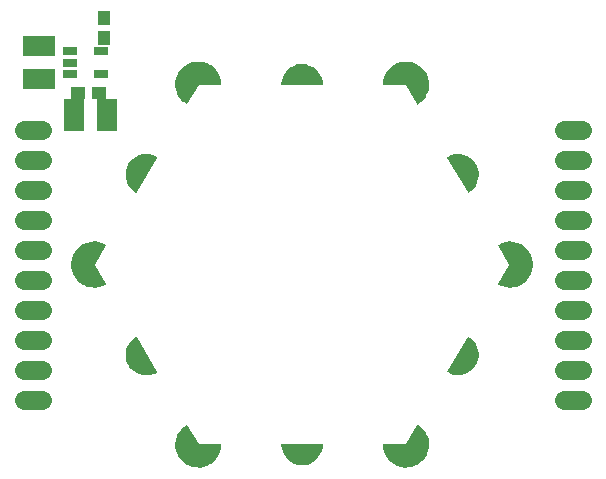
<source format=gbr>
G04 EAGLE Gerber RS-274X export*
G75*
%MOMM*%
%FSLAX34Y34*%
%LPD*%
%INSoldermask Bottom*%
%IPPOS*%
%AMOC8*
5,1,8,0,0,1.08239X$1,22.5*%
G01*
%ADD10C,1.101600*%
%ADD11C,1.625600*%
%ADD12R,1.301600X0.651600*%
%ADD13R,1.101600X1.201600*%
%ADD14R,1.701600X2.801600*%
%ADD15R,2.801600X1.701600*%
%ADD16R,1.201600X1.101600*%

G36*
X171729Y208492D02*
X171729Y208492D01*
X171763Y208501D01*
X171812Y208504D01*
X174916Y209232D01*
X174948Y209247D01*
X174995Y209258D01*
X177935Y210493D01*
X177964Y210513D01*
X178009Y210532D01*
X180701Y212241D01*
X180726Y212265D01*
X180768Y212291D01*
X183137Y214425D01*
X183142Y214431D01*
X183145Y214434D01*
X183155Y214448D01*
X183158Y214453D01*
X183194Y214486D01*
X185175Y216984D01*
X185191Y217016D01*
X185221Y217054D01*
X186757Y219848D01*
X186768Y219882D01*
X186791Y219924D01*
X187840Y222936D01*
X187844Y222970D01*
X187861Y223017D01*
X188392Y226160D01*
X188391Y226196D01*
X188399Y226244D01*
X188399Y229432D01*
X188392Y229467D01*
X188392Y229516D01*
X187861Y232659D01*
X187848Y232692D01*
X187840Y232740D01*
X186791Y235752D01*
X186773Y235782D01*
X186757Y235828D01*
X185221Y238622D01*
X185198Y238649D01*
X185175Y238692D01*
X183194Y241190D01*
X183167Y241213D01*
X183137Y241251D01*
X180768Y243385D01*
X180737Y243403D01*
X180701Y243435D01*
X178009Y245144D01*
X177976Y245156D01*
X177935Y245183D01*
X174995Y246418D01*
X174961Y246425D01*
X174916Y246444D01*
X171812Y247172D01*
X171776Y247173D01*
X171729Y247184D01*
X168547Y247385D01*
X168512Y247380D01*
X168463Y247383D01*
X165292Y247050D01*
X165259Y247039D01*
X165210Y247034D01*
X162139Y246176D01*
X162108Y246161D01*
X162061Y246147D01*
X159175Y244790D01*
X159152Y244772D01*
X159125Y244762D01*
X159073Y244713D01*
X159016Y244671D01*
X159001Y244646D01*
X158980Y244626D01*
X158951Y244561D01*
X158916Y244499D01*
X158912Y244470D01*
X158900Y244444D01*
X158899Y244373D01*
X158890Y244302D01*
X158898Y244274D01*
X158898Y244245D01*
X158932Y244152D01*
X158944Y244111D01*
X158951Y244102D01*
X158955Y244089D01*
X168312Y227838D01*
X158955Y211587D01*
X158946Y211560D01*
X158929Y211536D01*
X158915Y211466D01*
X158892Y211398D01*
X158895Y211369D01*
X158889Y211341D01*
X158903Y211271D01*
X158908Y211200D01*
X158922Y211174D01*
X158927Y211146D01*
X158967Y211087D01*
X159000Y211024D01*
X159022Y211005D01*
X159039Y210981D01*
X159121Y210924D01*
X159153Y210897D01*
X159164Y210894D01*
X159175Y210886D01*
X162061Y209529D01*
X162095Y209520D01*
X162139Y209500D01*
X165210Y208642D01*
X165245Y208640D01*
X165292Y208626D01*
X168463Y208293D01*
X168498Y208296D01*
X168547Y208291D01*
X171729Y208492D01*
G37*
G36*
X-182736Y208296D02*
X-182736Y208296D01*
X-182687Y208293D01*
X-179516Y208626D01*
X-179483Y208637D01*
X-179434Y208642D01*
X-176363Y209500D01*
X-176332Y209515D01*
X-176285Y209529D01*
X-173399Y210886D01*
X-173376Y210904D01*
X-173349Y210914D01*
X-173297Y210963D01*
X-173240Y211005D01*
X-173225Y211030D01*
X-173204Y211050D01*
X-173175Y211115D01*
X-173140Y211177D01*
X-173136Y211206D01*
X-173124Y211232D01*
X-173123Y211303D01*
X-173114Y211374D01*
X-173122Y211402D01*
X-173122Y211431D01*
X-173156Y211524D01*
X-173168Y211565D01*
X-173175Y211574D01*
X-173179Y211587D01*
X-182536Y227838D01*
X-173179Y244089D01*
X-173170Y244117D01*
X-173153Y244141D01*
X-173139Y244210D01*
X-173116Y244278D01*
X-173119Y244307D01*
X-173113Y244335D01*
X-173127Y244405D01*
X-173132Y244476D01*
X-173146Y244502D01*
X-173151Y244530D01*
X-173191Y244589D01*
X-173224Y244652D01*
X-173246Y244671D01*
X-173263Y244695D01*
X-173345Y244752D01*
X-173377Y244779D01*
X-173388Y244782D01*
X-173399Y244790D01*
X-176285Y246147D01*
X-176319Y246156D01*
X-176363Y246176D01*
X-179434Y247034D01*
X-179469Y247036D01*
X-179516Y247050D01*
X-182687Y247383D01*
X-182722Y247380D01*
X-182771Y247385D01*
X-185953Y247184D01*
X-185987Y247175D01*
X-186036Y247172D01*
X-189140Y246444D01*
X-189172Y246430D01*
X-189219Y246418D01*
X-189753Y246194D01*
X-189754Y246194D01*
X-190941Y245695D01*
X-192129Y245195D01*
X-192159Y245183D01*
X-192188Y245163D01*
X-192233Y245144D01*
X-194925Y243435D01*
X-194950Y243411D01*
X-194992Y243385D01*
X-197361Y241251D01*
X-197382Y241223D01*
X-197418Y241190D01*
X-199399Y238692D01*
X-199415Y238660D01*
X-199445Y238622D01*
X-200981Y235828D01*
X-200992Y235794D01*
X-201015Y235752D01*
X-202064Y232740D01*
X-202068Y232706D01*
X-202085Y232659D01*
X-202616Y229516D01*
X-202615Y229481D01*
X-202623Y229432D01*
X-202623Y226244D01*
X-202616Y226209D01*
X-202616Y226160D01*
X-202085Y223017D01*
X-202072Y222984D01*
X-202064Y222936D01*
X-201015Y219924D01*
X-200997Y219894D01*
X-200981Y219848D01*
X-199445Y217054D01*
X-199422Y217027D01*
X-199399Y216984D01*
X-197418Y214486D01*
X-197391Y214463D01*
X-197361Y214425D01*
X-194992Y212291D01*
X-194961Y212273D01*
X-194925Y212241D01*
X-192233Y210532D01*
X-192200Y210520D01*
X-192159Y210493D01*
X-189219Y209258D01*
X-189185Y209251D01*
X-189140Y209232D01*
X-186036Y208504D01*
X-186000Y208503D01*
X-185953Y208492D01*
X-182771Y208291D01*
X-182736Y208296D01*
G37*
G36*
X-93931Y55956D02*
X-93931Y55956D01*
X-93882Y55955D01*
X-90733Y56416D01*
X-90700Y56428D01*
X-90652Y56435D01*
X-87625Y57414D01*
X-87594Y57432D01*
X-87547Y57447D01*
X-84726Y58918D01*
X-84699Y58940D01*
X-84655Y58962D01*
X-82118Y60883D01*
X-82095Y60909D01*
X-82056Y60939D01*
X-79875Y63256D01*
X-79857Y63286D01*
X-79823Y63321D01*
X-78059Y65969D01*
X-78046Y66002D01*
X-78019Y66043D01*
X-76721Y68948D01*
X-76714Y68982D01*
X-76694Y69027D01*
X-75899Y72108D01*
X-75897Y72143D01*
X-75885Y72190D01*
X-75615Y75361D01*
X-75618Y75390D01*
X-75613Y75420D01*
X-75629Y75488D01*
X-75637Y75558D01*
X-75652Y75584D01*
X-75659Y75613D01*
X-75701Y75670D01*
X-75736Y75731D01*
X-75759Y75749D01*
X-75777Y75773D01*
X-75837Y75809D01*
X-75894Y75852D01*
X-75922Y75859D01*
X-75948Y75875D01*
X-76044Y75891D01*
X-76086Y75902D01*
X-76098Y75900D01*
X-76112Y75902D01*
X-94823Y75902D01*
X-104179Y92152D01*
X-104199Y92174D01*
X-104211Y92201D01*
X-104251Y92237D01*
X-104273Y92266D01*
X-104287Y92274D01*
X-104311Y92301D01*
X-104337Y92314D01*
X-104359Y92334D01*
X-104426Y92356D01*
X-104444Y92367D01*
X-104451Y92368D01*
X-104490Y92387D01*
X-104520Y92389D01*
X-104547Y92398D01*
X-104604Y92394D01*
X-104608Y92395D01*
X-104623Y92395D01*
X-104629Y92394D01*
X-104689Y92396D01*
X-104717Y92386D01*
X-104746Y92384D01*
X-104799Y92359D01*
X-104818Y92355D01*
X-104839Y92341D01*
X-104875Y92327D01*
X-104884Y92319D01*
X-104896Y92313D01*
X-107511Y90500D01*
X-107536Y90475D01*
X-107576Y90447D01*
X-109852Y88224D01*
X-109872Y88195D01*
X-109907Y88161D01*
X-111780Y85588D01*
X-111795Y85557D01*
X-111823Y85517D01*
X-113242Y82669D01*
X-113251Y82635D01*
X-113273Y82591D01*
X-114196Y79546D01*
X-114199Y79511D01*
X-114213Y79464D01*
X-114616Y76308D01*
X-114613Y76273D01*
X-114620Y76224D01*
X-114490Y73045D01*
X-114482Y73011D01*
X-114480Y72962D01*
X-113822Y69849D01*
X-113808Y69817D01*
X-113798Y69769D01*
X-112630Y66809D01*
X-112611Y66780D01*
X-112593Y66734D01*
X-110948Y64010D01*
X-110924Y63985D01*
X-110899Y63943D01*
X-108823Y61532D01*
X-108795Y61510D01*
X-108763Y61473D01*
X-106314Y59442D01*
X-106283Y59425D01*
X-106245Y59394D01*
X-103491Y57800D01*
X-103458Y57789D01*
X-103416Y57764D01*
X-100435Y56651D01*
X-100400Y56646D01*
X-100354Y56629D01*
X-97229Y56029D01*
X-97194Y56029D01*
X-97146Y56020D01*
X-93965Y55950D01*
X-93931Y55956D01*
G37*
G36*
X82922Y56020D02*
X82922Y56020D01*
X82957Y56028D01*
X83005Y56029D01*
X86130Y56629D01*
X86163Y56642D01*
X86211Y56651D01*
X89192Y57764D01*
X89221Y57783D01*
X89267Y57800D01*
X92021Y59394D01*
X92047Y59417D01*
X92090Y59442D01*
X94539Y61473D01*
X94561Y61500D01*
X94599Y61532D01*
X96675Y63943D01*
X96692Y63973D01*
X96724Y64010D01*
X98369Y66734D01*
X98381Y66767D01*
X98406Y66809D01*
X98581Y67253D01*
X98778Y67752D01*
X99574Y69769D01*
X99580Y69803D01*
X99598Y69849D01*
X100256Y72962D01*
X100256Y72997D01*
X100266Y73045D01*
X100396Y76224D01*
X100390Y76259D01*
X100392Y76308D01*
X99989Y79464D01*
X99978Y79497D01*
X99972Y79546D01*
X99049Y82591D01*
X99036Y82614D01*
X99035Y82620D01*
X99031Y82625D01*
X99018Y82669D01*
X97599Y85517D01*
X97578Y85545D01*
X97556Y85588D01*
X95683Y88161D01*
X95657Y88184D01*
X95628Y88224D01*
X93352Y90447D01*
X93322Y90466D01*
X93287Y90500D01*
X90672Y92313D01*
X90645Y92325D01*
X90623Y92344D01*
X90582Y92356D01*
X90563Y92367D01*
X90537Y92371D01*
X90490Y92392D01*
X90460Y92392D01*
X90432Y92400D01*
X90362Y92392D01*
X90291Y92393D01*
X90264Y92381D01*
X90234Y92378D01*
X90197Y92357D01*
X90189Y92355D01*
X90170Y92342D01*
X90107Y92316D01*
X90087Y92295D01*
X90061Y92280D01*
X90037Y92251D01*
X90025Y92243D01*
X90007Y92215D01*
X89999Y92205D01*
X89969Y92174D01*
X89964Y92163D01*
X89955Y92152D01*
X80599Y75902D01*
X61888Y75902D01*
X61859Y75896D01*
X61829Y75899D01*
X61762Y75877D01*
X61693Y75863D01*
X61669Y75846D01*
X61640Y75837D01*
X61587Y75790D01*
X61529Y75750D01*
X61513Y75725D01*
X61491Y75705D01*
X61460Y75642D01*
X61422Y75583D01*
X61417Y75553D01*
X61404Y75526D01*
X61396Y75429D01*
X61389Y75386D01*
X61392Y75375D01*
X61391Y75361D01*
X61661Y72190D01*
X61671Y72157D01*
X61675Y72108D01*
X62470Y69027D01*
X62485Y68995D01*
X62497Y68948D01*
X63795Y66043D01*
X63815Y66014D01*
X63835Y65969D01*
X65599Y63321D01*
X65624Y63296D01*
X65651Y63256D01*
X67832Y60939D01*
X67861Y60919D01*
X67894Y60883D01*
X70431Y58962D01*
X70463Y58947D01*
X70502Y58918D01*
X73323Y57447D01*
X73357Y57437D01*
X73401Y57414D01*
X76428Y56435D01*
X76463Y56431D01*
X76509Y56416D01*
X79658Y55955D01*
X79693Y55957D01*
X79741Y55950D01*
X82922Y56020D01*
G37*
G36*
X-104586Y363284D02*
X-104586Y363284D01*
X-104515Y363283D01*
X-104488Y363295D01*
X-104458Y363298D01*
X-104397Y363333D01*
X-104331Y363360D01*
X-104311Y363381D01*
X-104285Y363396D01*
X-104223Y363471D01*
X-104193Y363502D01*
X-104188Y363513D01*
X-104179Y363524D01*
X-94823Y379774D01*
X-76112Y379774D01*
X-76083Y379780D01*
X-76053Y379777D01*
X-75986Y379799D01*
X-75917Y379813D01*
X-75893Y379830D01*
X-75864Y379840D01*
X-75811Y379886D01*
X-75753Y379926D01*
X-75737Y379951D01*
X-75715Y379971D01*
X-75684Y380034D01*
X-75646Y380093D01*
X-75641Y380123D01*
X-75628Y380150D01*
X-75620Y380247D01*
X-75613Y380290D01*
X-75616Y380301D01*
X-75615Y380315D01*
X-75885Y383486D01*
X-75895Y383520D01*
X-75899Y383568D01*
X-76694Y386649D01*
X-76709Y386681D01*
X-76721Y386728D01*
X-78019Y389633D01*
X-78039Y389662D01*
X-78059Y389707D01*
X-79823Y392355D01*
X-79848Y392380D01*
X-79875Y392420D01*
X-82056Y394737D01*
X-82085Y394757D01*
X-82118Y394793D01*
X-84655Y396714D01*
X-84687Y396729D01*
X-84726Y396758D01*
X-87547Y398229D01*
X-87581Y398239D01*
X-87625Y398262D01*
X-90652Y399241D01*
X-90687Y399245D01*
X-90733Y399260D01*
X-93882Y399721D01*
X-93917Y399719D01*
X-93965Y399726D01*
X-97146Y399656D01*
X-97181Y399648D01*
X-97229Y399647D01*
X-100354Y399047D01*
X-100387Y399034D01*
X-100435Y399025D01*
X-103416Y397912D01*
X-103445Y397893D01*
X-103491Y397876D01*
X-106245Y396282D01*
X-106271Y396259D01*
X-106314Y396234D01*
X-108763Y394203D01*
X-108785Y394176D01*
X-108823Y394144D01*
X-110899Y391733D01*
X-110916Y391703D01*
X-110948Y391666D01*
X-112593Y388942D01*
X-112605Y388909D01*
X-112630Y388867D01*
X-113798Y385907D01*
X-113804Y385873D01*
X-113822Y385827D01*
X-114480Y382714D01*
X-114480Y382679D01*
X-114490Y382631D01*
X-114620Y379452D01*
X-114614Y379417D01*
X-114616Y379368D01*
X-114213Y376212D01*
X-114202Y376179D01*
X-114196Y376130D01*
X-113273Y373085D01*
X-113259Y373060D01*
X-113256Y373049D01*
X-113253Y373044D01*
X-113242Y373007D01*
X-111823Y370159D01*
X-111802Y370131D01*
X-111780Y370088D01*
X-109907Y367516D01*
X-109881Y367492D01*
X-109852Y367452D01*
X-107576Y365229D01*
X-107546Y365210D01*
X-107511Y365176D01*
X-104896Y363363D01*
X-104869Y363351D01*
X-104847Y363332D01*
X-104779Y363312D01*
X-104714Y363284D01*
X-104684Y363284D01*
X-104656Y363276D01*
X-104586Y363284D01*
G37*
G36*
X90394Y363283D02*
X90394Y363283D01*
X90465Y363280D01*
X90493Y363290D01*
X90522Y363292D01*
X90611Y363334D01*
X90651Y363349D01*
X90660Y363357D01*
X90672Y363363D01*
X93287Y365176D01*
X93312Y365201D01*
X93352Y365229D01*
X95628Y367452D01*
X95648Y367481D01*
X95683Y367516D01*
X97556Y370088D01*
X97571Y370119D01*
X97599Y370159D01*
X99018Y373007D01*
X99027Y373041D01*
X99049Y373085D01*
X99972Y376130D01*
X99975Y376165D01*
X99989Y376212D01*
X100392Y379368D01*
X100389Y379403D01*
X100396Y379452D01*
X100266Y382631D01*
X100258Y382665D01*
X100256Y382714D01*
X99598Y385827D01*
X99584Y385859D01*
X99574Y385907D01*
X98406Y388867D01*
X98387Y388896D01*
X98369Y388942D01*
X96724Y391666D01*
X96700Y391691D01*
X96675Y391733D01*
X94599Y394144D01*
X94571Y394166D01*
X94539Y394203D01*
X92090Y396234D01*
X92059Y396251D01*
X92021Y396282D01*
X89267Y397876D01*
X89234Y397887D01*
X89192Y397912D01*
X86211Y399025D01*
X86176Y399030D01*
X86130Y399047D01*
X83005Y399647D01*
X82970Y399647D01*
X82922Y399656D01*
X79741Y399726D01*
X79707Y399720D01*
X79658Y399721D01*
X76509Y399260D01*
X76476Y399248D01*
X76428Y399241D01*
X73401Y398262D01*
X73370Y398244D01*
X73323Y398229D01*
X70502Y396758D01*
X70475Y396736D01*
X70431Y396714D01*
X67894Y394793D01*
X67871Y394767D01*
X67832Y394737D01*
X65651Y392420D01*
X65633Y392390D01*
X65599Y392355D01*
X63835Y389707D01*
X63822Y389674D01*
X63795Y389633D01*
X62497Y386728D01*
X62490Y386694D01*
X62470Y386649D01*
X61675Y383568D01*
X61673Y383533D01*
X61661Y383486D01*
X61391Y380315D01*
X61394Y380286D01*
X61389Y380256D01*
X61405Y380188D01*
X61413Y380118D01*
X61428Y380092D01*
X61435Y380063D01*
X61477Y380006D01*
X61512Y379945D01*
X61535Y379927D01*
X61553Y379903D01*
X61613Y379867D01*
X61670Y379824D01*
X61698Y379817D01*
X61724Y379801D01*
X61820Y379785D01*
X61862Y379774D01*
X61874Y379776D01*
X61888Y379774D01*
X80599Y379774D01*
X89955Y363524D01*
X89975Y363502D01*
X89987Y363475D01*
X90040Y363428D01*
X90087Y363375D01*
X90113Y363362D01*
X90135Y363342D01*
X90202Y363319D01*
X90266Y363289D01*
X90296Y363288D01*
X90323Y363278D01*
X90394Y363283D01*
G37*
G36*
X127268Y134361D02*
X127268Y134361D01*
X127301Y134370D01*
X127350Y134373D01*
X130093Y134990D01*
X130124Y135004D01*
X130171Y135015D01*
X132775Y136075D01*
X132804Y136094D01*
X132849Y136112D01*
X135243Y137586D01*
X135268Y137610D01*
X135309Y137635D01*
X137428Y139483D01*
X137449Y139511D01*
X137486Y139543D01*
X139271Y141714D01*
X139288Y141745D01*
X139318Y141782D01*
X140722Y144218D01*
X140733Y144251D01*
X140757Y144293D01*
X141741Y146927D01*
X141746Y146961D01*
X141763Y147006D01*
X142300Y149766D01*
X142300Y149801D01*
X142309Y149848D01*
X142384Y152659D01*
X142381Y152677D01*
X142384Y152692D01*
X142379Y152713D01*
X142380Y152741D01*
X141991Y155526D01*
X141980Y155558D01*
X141973Y155606D01*
X141132Y158289D01*
X141115Y158319D01*
X141101Y158365D01*
X139829Y160873D01*
X139807Y160900D01*
X139786Y160943D01*
X138119Y163207D01*
X138093Y163231D01*
X138065Y163269D01*
X136048Y165228D01*
X136019Y165247D01*
X135984Y165281D01*
X133672Y166881D01*
X133645Y166893D01*
X133623Y166911D01*
X133555Y166931D01*
X133489Y166959D01*
X133460Y166959D01*
X133432Y166968D01*
X133362Y166960D01*
X133291Y166960D01*
X133264Y166949D01*
X133235Y166946D01*
X133173Y166911D01*
X133107Y166883D01*
X133087Y166862D01*
X133061Y166848D01*
X132998Y166771D01*
X132968Y166741D01*
X132964Y166730D01*
X132955Y166720D01*
X115955Y137220D01*
X115946Y137192D01*
X115930Y137168D01*
X115915Y137099D01*
X115892Y137031D01*
X115895Y137002D01*
X115889Y136974D01*
X115902Y136904D01*
X115908Y136833D01*
X115922Y136807D01*
X115927Y136778D01*
X115967Y136720D01*
X116000Y136657D01*
X116022Y136638D01*
X116039Y136614D01*
X116121Y136557D01*
X116153Y136530D01*
X116164Y136527D01*
X116175Y136519D01*
X118719Y135321D01*
X118753Y135313D01*
X118796Y135292D01*
X121502Y134529D01*
X121537Y134527D01*
X121583Y134514D01*
X124378Y134206D01*
X124413Y134210D01*
X124461Y134204D01*
X127268Y134361D01*
G37*
G36*
X-138650Y134009D02*
X-138650Y134009D01*
X-138602Y134006D01*
X-135807Y134314D01*
X-135774Y134324D01*
X-135726Y134329D01*
X-133020Y135092D01*
X-132989Y135108D01*
X-132943Y135121D01*
X-130399Y136319D01*
X-130376Y136336D01*
X-130349Y136346D01*
X-130297Y136395D01*
X-130240Y136438D01*
X-130225Y136463D01*
X-130204Y136483D01*
X-130175Y136548D01*
X-130140Y136609D01*
X-130136Y136638D01*
X-130124Y136665D01*
X-130123Y136736D01*
X-130114Y136807D01*
X-130122Y136835D01*
X-130122Y136864D01*
X-130156Y136957D01*
X-130168Y136998D01*
X-130175Y137007D01*
X-130179Y137020D01*
X-147179Y166520D01*
X-147199Y166542D01*
X-147211Y166568D01*
X-147264Y166616D01*
X-147311Y166669D01*
X-147337Y166681D01*
X-147359Y166701D01*
X-147426Y166724D01*
X-147490Y166755D01*
X-147520Y166756D01*
X-147547Y166766D01*
X-147618Y166761D01*
X-147689Y166764D01*
X-147716Y166754D01*
X-147746Y166752D01*
X-147835Y166709D01*
X-147875Y166695D01*
X-147884Y166687D01*
X-147896Y166681D01*
X-150208Y165081D01*
X-150232Y165056D01*
X-150272Y165028D01*
X-152289Y163069D01*
X-152308Y163041D01*
X-152343Y163007D01*
X-154010Y160743D01*
X-154024Y160712D01*
X-154053Y160673D01*
X-155325Y158165D01*
X-155329Y158151D01*
X-155331Y158147D01*
X-155333Y158134D01*
X-155334Y158132D01*
X-155356Y158089D01*
X-156197Y155406D01*
X-156201Y155372D01*
X-156215Y155326D01*
X-156604Y152541D01*
X-156602Y152506D01*
X-156608Y152459D01*
X-156533Y149648D01*
X-156525Y149614D01*
X-156524Y149566D01*
X-155987Y146806D01*
X-155974Y146774D01*
X-155965Y146727D01*
X-154981Y144093D01*
X-154963Y144064D01*
X-154946Y144018D01*
X-153542Y141582D01*
X-153519Y141556D01*
X-153495Y141514D01*
X-151710Y139343D01*
X-151683Y139321D01*
X-151652Y139283D01*
X-149533Y137435D01*
X-149503Y137418D01*
X-149467Y137386D01*
X-147073Y135912D01*
X-147040Y135900D01*
X-146999Y135875D01*
X-144395Y134815D01*
X-144361Y134808D01*
X-144317Y134790D01*
X-141574Y134173D01*
X-141539Y134172D01*
X-141492Y134161D01*
X-138685Y134004D01*
X-138650Y134009D01*
G37*
G36*
X133394Y288715D02*
X133394Y288715D01*
X133465Y288712D01*
X133492Y288722D01*
X133522Y288724D01*
X133611Y288767D01*
X133651Y288781D01*
X133660Y288789D01*
X133672Y288795D01*
X135984Y290395D01*
X136008Y290420D01*
X136048Y290448D01*
X138065Y292407D01*
X138084Y292435D01*
X138119Y292469D01*
X139786Y294733D01*
X139800Y294764D01*
X139829Y294803D01*
X141101Y297311D01*
X141110Y297344D01*
X141132Y297387D01*
X141973Y300070D01*
X141977Y300104D01*
X141991Y300150D01*
X142380Y302935D01*
X142378Y302970D01*
X142384Y303017D01*
X142309Y305828D01*
X142301Y305862D01*
X142300Y305910D01*
X141763Y308670D01*
X141750Y308702D01*
X141741Y308749D01*
X140757Y311383D01*
X140739Y311413D01*
X140722Y311458D01*
X139318Y313894D01*
X139295Y313920D01*
X139271Y313962D01*
X137486Y316133D01*
X137459Y316155D01*
X137428Y316193D01*
X135309Y318041D01*
X135279Y318058D01*
X135243Y318090D01*
X132849Y319564D01*
X132816Y319576D01*
X132775Y319601D01*
X130171Y320661D01*
X130137Y320668D01*
X130093Y320686D01*
X127350Y321303D01*
X127315Y321304D01*
X127268Y321315D01*
X124461Y321472D01*
X124426Y321467D01*
X124378Y321470D01*
X121583Y321163D01*
X121550Y321152D01*
X121502Y321147D01*
X118796Y320384D01*
X118765Y320368D01*
X118719Y320355D01*
X116175Y319157D01*
X116152Y319140D01*
X116125Y319130D01*
X116073Y319081D01*
X116016Y319038D01*
X116001Y319013D01*
X115980Y318993D01*
X115951Y318928D01*
X115916Y318867D01*
X115912Y318838D01*
X115900Y318811D01*
X115899Y318740D01*
X115890Y318669D01*
X115898Y318641D01*
X115898Y318612D01*
X115932Y318519D01*
X115944Y318478D01*
X115951Y318469D01*
X115955Y318456D01*
X132955Y288956D01*
X132975Y288934D01*
X132987Y288908D01*
X133040Y288861D01*
X133087Y288807D01*
X133113Y288795D01*
X133135Y288775D01*
X133202Y288752D01*
X133266Y288721D01*
X133296Y288720D01*
X133323Y288710D01*
X133394Y288715D01*
G37*
G36*
X-147587Y288716D02*
X-147587Y288716D01*
X-147517Y288715D01*
X-147489Y288727D01*
X-147459Y288730D01*
X-147398Y288765D01*
X-147333Y288791D01*
X-147312Y288813D01*
X-147285Y288828D01*
X-147224Y288902D01*
X-147194Y288933D01*
X-147189Y288945D01*
X-147179Y288956D01*
X-130179Y318456D01*
X-130170Y318485D01*
X-130153Y318510D01*
X-130139Y318579D01*
X-130116Y318645D01*
X-130119Y318675D01*
X-130113Y318705D01*
X-130127Y318773D01*
X-130132Y318843D01*
X-130146Y318870D01*
X-130152Y318900D01*
X-130192Y318957D01*
X-130224Y319019D01*
X-130247Y319039D01*
X-130264Y319064D01*
X-130344Y319119D01*
X-130377Y319146D01*
X-130389Y319150D01*
X-130401Y319158D01*
X-133092Y320410D01*
X-133127Y320419D01*
X-133174Y320440D01*
X-136041Y321205D01*
X-136077Y321208D01*
X-136126Y321221D01*
X-139083Y321477D01*
X-139119Y321473D01*
X-139170Y321477D01*
X-142126Y321216D01*
X-142160Y321205D01*
X-142211Y321200D01*
X-145077Y320430D01*
X-145109Y320414D01*
X-145159Y320400D01*
X-147847Y319144D01*
X-147876Y319122D01*
X-147923Y319100D01*
X-150352Y317396D01*
X-150377Y317370D01*
X-150419Y317340D01*
X-152515Y315240D01*
X-152535Y315210D01*
X-152571Y315174D01*
X-154271Y312742D01*
X-154286Y312708D01*
X-154315Y312666D01*
X-155567Y309976D01*
X-155575Y309940D01*
X-155596Y309894D01*
X-156362Y307027D01*
X-156364Y306991D01*
X-156377Y306941D01*
X-156633Y303985D01*
X-156629Y303949D01*
X-156633Y303898D01*
X-156372Y300942D01*
X-156362Y300907D01*
X-156357Y300856D01*
X-155587Y297990D01*
X-155570Y297958D01*
X-155557Y297909D01*
X-154301Y295220D01*
X-154279Y295191D01*
X-154257Y295145D01*
X-152553Y292716D01*
X-152527Y292691D01*
X-152497Y292649D01*
X-150397Y290552D01*
X-150367Y290532D01*
X-150330Y290496D01*
X-147898Y288796D01*
X-147870Y288784D01*
X-147847Y288765D01*
X-147780Y288745D01*
X-147716Y288717D01*
X-147685Y288717D01*
X-147656Y288708D01*
X-147587Y288716D01*
G37*
G36*
X9917Y379780D02*
X9917Y379780D01*
X9946Y379777D01*
X10013Y379799D01*
X10083Y379813D01*
X10107Y379830D01*
X10135Y379839D01*
X10188Y379886D01*
X10247Y379926D01*
X10263Y379950D01*
X10285Y379970D01*
X10316Y380034D01*
X10354Y380093D01*
X10359Y380122D01*
X10371Y380148D01*
X10380Y380248D01*
X10387Y380290D01*
X10384Y380300D01*
X10386Y380314D01*
X10154Y383112D01*
X10144Y383146D01*
X10140Y383194D01*
X9451Y385915D01*
X9436Y385947D01*
X9424Y385993D01*
X8296Y388565D01*
X8276Y388593D01*
X8257Y388637D01*
X6721Y390988D01*
X6697Y391012D01*
X6671Y391053D01*
X4769Y393118D01*
X4741Y393139D01*
X4708Y393174D01*
X2493Y394899D01*
X2462Y394914D01*
X2424Y394944D01*
X-46Y396280D01*
X-79Y396290D01*
X-121Y396313D01*
X-2761Y397220D01*
X-2777Y397225D01*
X-2811Y397230D01*
X-2857Y397245D01*
X-5626Y397707D01*
X-5661Y397706D01*
X-5708Y397714D01*
X-8516Y397714D01*
X-8550Y397707D01*
X-8598Y397707D01*
X-11367Y397245D01*
X-11400Y397233D01*
X-11447Y397225D01*
X-14103Y396313D01*
X-14133Y396296D01*
X-14178Y396280D01*
X-16648Y394944D01*
X-16674Y394922D01*
X-16717Y394899D01*
X-18932Y393174D01*
X-18955Y393148D01*
X-18993Y393118D01*
X-20895Y391053D01*
X-20913Y391023D01*
X-20945Y390988D01*
X-22481Y388637D01*
X-22494Y388605D01*
X-22520Y388565D01*
X-23648Y385993D01*
X-23655Y385960D01*
X-23658Y385953D01*
X-23664Y385944D01*
X-23665Y385938D01*
X-23675Y385915D01*
X-24364Y383194D01*
X-24366Y383159D01*
X-24378Y383112D01*
X-24610Y380314D01*
X-24606Y380285D01*
X-24611Y380256D01*
X-24595Y380187D01*
X-24586Y380117D01*
X-24572Y380091D01*
X-24565Y380063D01*
X-24523Y380006D01*
X-24488Y379944D01*
X-24464Y379926D01*
X-24447Y379903D01*
X-24386Y379867D01*
X-24329Y379824D01*
X-24301Y379816D01*
X-24276Y379801D01*
X-24178Y379785D01*
X-24137Y379774D01*
X-24126Y379776D01*
X-24112Y379774D01*
X9888Y379774D01*
X9917Y379780D01*
G37*
G36*
X-5674Y57969D02*
X-5674Y57969D01*
X-5626Y57969D01*
X-2857Y58431D01*
X-2824Y58443D01*
X-2777Y58451D01*
X-121Y59363D01*
X-91Y59380D01*
X-46Y59396D01*
X2424Y60732D01*
X2450Y60754D01*
X2493Y60777D01*
X4708Y62502D01*
X4731Y62528D01*
X4769Y62558D01*
X6671Y64623D01*
X6689Y64653D01*
X6721Y64688D01*
X8257Y67039D01*
X8270Y67071D01*
X8296Y67111D01*
X9424Y69683D01*
X9431Y69716D01*
X9451Y69761D01*
X10140Y72482D01*
X10142Y72517D01*
X10154Y72564D01*
X10386Y75362D01*
X10382Y75391D01*
X10387Y75420D01*
X10371Y75489D01*
X10362Y75559D01*
X10348Y75585D01*
X10341Y75613D01*
X10299Y75670D01*
X10264Y75732D01*
X10240Y75750D01*
X10223Y75773D01*
X10162Y75809D01*
X10105Y75852D01*
X10077Y75860D01*
X10052Y75875D01*
X9954Y75891D01*
X9913Y75902D01*
X9902Y75900D01*
X9888Y75902D01*
X-24112Y75902D01*
X-24141Y75896D01*
X-24170Y75899D01*
X-24237Y75877D01*
X-24307Y75863D01*
X-24331Y75846D01*
X-24359Y75837D01*
X-24412Y75790D01*
X-24471Y75750D01*
X-24487Y75726D01*
X-24509Y75706D01*
X-24540Y75642D01*
X-24578Y75583D01*
X-24583Y75554D01*
X-24595Y75528D01*
X-24604Y75428D01*
X-24611Y75386D01*
X-24608Y75376D01*
X-24610Y75362D01*
X-24378Y72564D01*
X-24368Y72530D01*
X-24364Y72482D01*
X-23675Y69761D01*
X-23660Y69729D01*
X-23648Y69683D01*
X-22520Y67111D01*
X-22500Y67083D01*
X-22481Y67039D01*
X-20945Y64688D01*
X-20921Y64664D01*
X-20895Y64623D01*
X-18993Y62558D01*
X-18965Y62537D01*
X-18932Y62502D01*
X-16717Y60777D01*
X-16686Y60762D01*
X-16648Y60732D01*
X-14178Y59396D01*
X-14145Y59386D01*
X-14103Y59363D01*
X-13012Y58988D01*
X-11558Y58489D01*
X-11557Y58489D01*
X-11447Y58451D01*
X-11413Y58447D01*
X-11367Y58431D01*
X-8598Y57969D01*
X-8563Y57970D01*
X-8516Y57962D01*
X-5708Y57962D01*
X-5674Y57969D01*
G37*
D10*
X84888Y387173D03*
X176888Y227838D03*
X84888Y68503D03*
X-99112Y68503D03*
X-191112Y227838D03*
X-99112Y387173D03*
X130888Y307406D03*
X130888Y148271D03*
X-7112Y68503D03*
X-145112Y148071D03*
X-145112Y307406D03*
X-7112Y387173D03*
D11*
X214630Y113538D02*
X229870Y113538D01*
X229870Y138938D02*
X214630Y138938D01*
X214630Y164338D02*
X229870Y164338D01*
X229870Y189738D02*
X214630Y189738D01*
X214630Y215138D02*
X229870Y215138D01*
X229870Y240538D02*
X214630Y240538D01*
X214630Y265938D02*
X229870Y265938D01*
X229870Y291338D02*
X214630Y291338D01*
X214630Y316738D02*
X229870Y316738D01*
X229870Y342138D02*
X214630Y342138D01*
X-227330Y113538D02*
X-242570Y113538D01*
X-242570Y138938D02*
X-227330Y138938D01*
X-227330Y164338D02*
X-242570Y164338D01*
X-242570Y189738D02*
X-227330Y189738D01*
X-227330Y215138D02*
X-242570Y215138D01*
X-242570Y240538D02*
X-227330Y240538D01*
X-227330Y265938D02*
X-242570Y265938D01*
X-242570Y291338D02*
X-227330Y291338D01*
X-227330Y316738D02*
X-242570Y316738D01*
X-242570Y342138D02*
X-227330Y342138D01*
D12*
X-203500Y389280D03*
X-203500Y398780D03*
X-203500Y408280D03*
X-177500Y408280D03*
X-177500Y389280D03*
D13*
X-175260Y419490D03*
X-175260Y436490D03*
D14*
X-172690Y354330D03*
X-200690Y354330D03*
D15*
X-229870Y384750D03*
X-229870Y412750D03*
D16*
X-179460Y373380D03*
X-196460Y373380D03*
M02*

</source>
